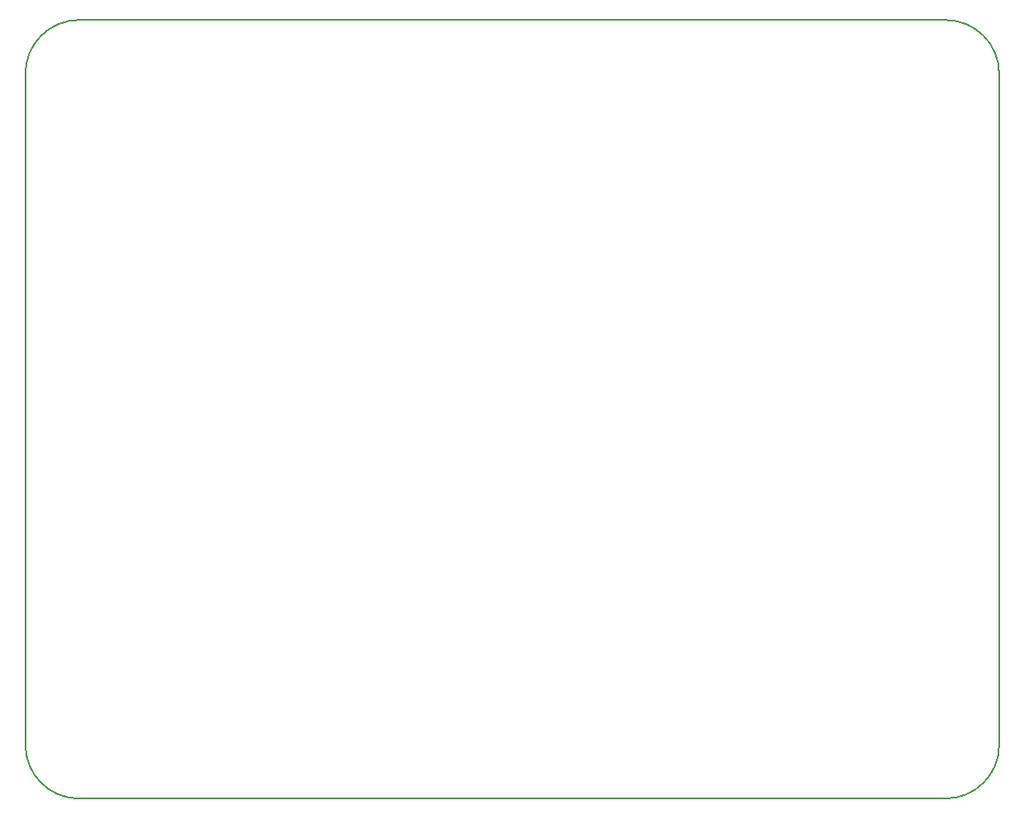
<source format=gbr>
%TF.GenerationSoftware,KiCad,Pcbnew,9.0.3*%
%TF.CreationDate,2025-12-16T11:33:00+01:00*%
%TF.ProjectId,Crnic_PTP_Project1,43726e69-635f-4505-9450-5f50726f6a65,rev?*%
%TF.SameCoordinates,Original*%
%TF.FileFunction,Profile,NP*%
%FSLAX46Y46*%
G04 Gerber Fmt 4.6, Leading zero omitted, Abs format (unit mm)*
G04 Created by KiCad (PCBNEW 9.0.3) date 2025-12-16 11:33:00*
%MOMM*%
%LPD*%
G01*
G04 APERTURE LIST*
%TA.AperFunction,Profile*%
%ADD10C,0.200000*%
%TD*%
G04 APERTURE END LIST*
D10*
X200110913Y-60110913D02*
X200110913Y-129110913D01*
X100110913Y-129110913D02*
X100110913Y-60110913D01*
X200110913Y-129110913D02*
G75*
G02*
X194610913Y-134610913I-5500013J13D01*
G01*
X105610913Y-54610913D02*
X194610913Y-54610913D01*
X100110913Y-60110913D02*
G75*
G02*
X105610913Y-54610913I5499987J13D01*
G01*
X194610913Y-54610913D02*
G75*
G02*
X200110887Y-60110913I-13J-5499987D01*
G01*
X194610913Y-134610913D02*
X105610913Y-134610913D01*
X105610913Y-134610913D02*
G75*
G02*
X100110887Y-129110913I-13J5500013D01*
G01*
M02*

</source>
